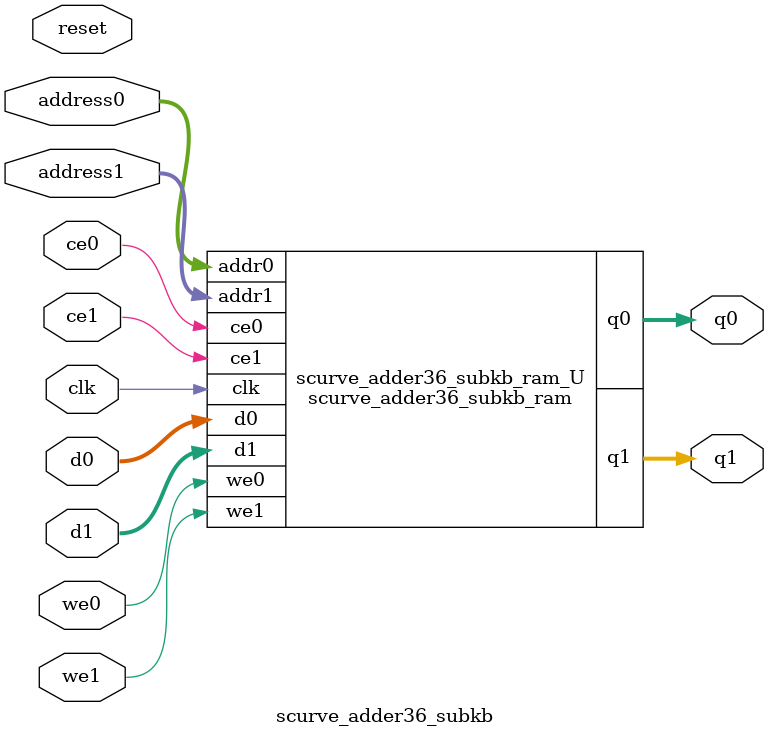
<source format=v>

`timescale 1 ns / 1 ps
module scurve_adder36_subkb_ram (addr0, ce0, d0, we0, q0, addr1, ce1, d1, we1, q1,  clk);

parameter DWIDTH = 32;
parameter AWIDTH = 8;
parameter MEM_SIZE = 144;

input[AWIDTH-1:0] addr0;
input ce0;
input[DWIDTH-1:0] d0;
input we0;
output reg[DWIDTH-1:0] q0;
input[AWIDTH-1:0] addr1;
input ce1;
input[DWIDTH-1:0] d1;
input we1;
output reg[DWIDTH-1:0] q1;
input clk;

(* ram_style = "block" *)reg [DWIDTH-1:0] ram[0:MEM_SIZE-1];




always @(posedge clk)  
begin 
    if (ce0) 
    begin
        if (we0) 
        begin 
            ram[addr0] <= d0; 
            q0 <= d0;
        end 
        else 
            q0 <= ram[addr0];
    end
end


always @(posedge clk)  
begin 
    if (ce1) 
    begin
        if (we1) 
        begin 
            ram[addr1] <= d1; 
            q1 <= d1;
        end 
        else 
            q1 <= ram[addr1];
    end
end


endmodule


`timescale 1 ns / 1 ps
module scurve_adder36_subkb(
    reset,
    clk,
    address0,
    ce0,
    we0,
    d0,
    q0,
    address1,
    ce1,
    we1,
    d1,
    q1);

parameter DataWidth = 32'd32;
parameter AddressRange = 32'd144;
parameter AddressWidth = 32'd8;
input reset;
input clk;
input[AddressWidth - 1:0] address0;
input ce0;
input we0;
input[DataWidth - 1:0] d0;
output[DataWidth - 1:0] q0;
input[AddressWidth - 1:0] address1;
input ce1;
input we1;
input[DataWidth - 1:0] d1;
output[DataWidth - 1:0] q1;



scurve_adder36_subkb_ram scurve_adder36_subkb_ram_U(
    .clk( clk ),
    .addr0( address0 ),
    .ce0( ce0 ),
    .d0( d0 ),
    .we0( we0 ),
    .q0( q0 ),
    .addr1( address1 ),
    .ce1( ce1 ),
    .d1( d1 ),
    .we1( we1 ),
    .q1( q1 ));

endmodule


</source>
